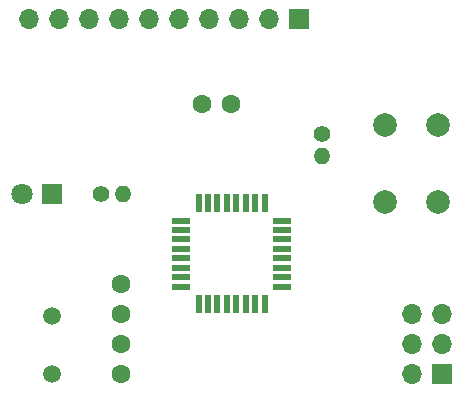
<source format=gts>
G04 #@! TF.GenerationSoftware,KiCad,Pcbnew,(6.0.11)*
G04 #@! TF.CreationDate,2023-04-02T15:36:07-07:00*
G04 #@! TF.ProjectId,M_MUC,4d5f4d55-432e-46b6-9963-61645f706362,rev?*
G04 #@! TF.SameCoordinates,Original*
G04 #@! TF.FileFunction,Soldermask,Top*
G04 #@! TF.FilePolarity,Negative*
%FSLAX46Y46*%
G04 Gerber Fmt 4.6, Leading zero omitted, Abs format (unit mm)*
G04 Created by KiCad (PCBNEW (6.0.11)) date 2023-04-02 15:36:07*
%MOMM*%
%LPD*%
G01*
G04 APERTURE LIST*
%ADD10C,1.600000*%
%ADD11C,1.500000*%
%ADD12C,1.400000*%
%ADD13O,1.400000X1.400000*%
%ADD14R,1.600000X0.550000*%
%ADD15R,0.550000X1.600000*%
%ADD16R,1.700000X1.700000*%
%ADD17O,1.700000X1.700000*%
%ADD18R,1.800000X1.800000*%
%ADD19C,1.800000*%
%ADD20C,2.000000*%
G04 APERTURE END LIST*
D10*
X112560000Y-101600000D03*
X112560000Y-99100000D03*
D11*
X106680000Y-101600000D03*
X106680000Y-96720000D03*
D12*
X129540000Y-81280000D03*
D13*
X129540000Y-83180000D03*
D10*
X112560000Y-96520000D03*
X112560000Y-94020000D03*
D12*
X110820000Y-86360000D03*
D13*
X112720000Y-86360000D03*
D14*
X117670000Y-88640000D03*
X117670000Y-89440000D03*
X117670000Y-90240000D03*
X117670000Y-91040000D03*
X117670000Y-91840000D03*
X117670000Y-92640000D03*
X117670000Y-93440000D03*
X117670000Y-94240000D03*
D15*
X119120000Y-95690000D03*
X119920000Y-95690000D03*
X120720000Y-95690000D03*
X121520000Y-95690000D03*
X122320000Y-95690000D03*
X123120000Y-95690000D03*
X123920000Y-95690000D03*
X124720000Y-95690000D03*
D14*
X126170000Y-94240000D03*
X126170000Y-93440000D03*
X126170000Y-92640000D03*
X126170000Y-91840000D03*
X126170000Y-91040000D03*
X126170000Y-90240000D03*
X126170000Y-89440000D03*
X126170000Y-88640000D03*
D15*
X124720000Y-87190000D03*
X123920000Y-87190000D03*
X123120000Y-87190000D03*
X122320000Y-87190000D03*
X121520000Y-87190000D03*
X120720000Y-87190000D03*
X119920000Y-87190000D03*
X119120000Y-87190000D03*
D16*
X139730000Y-101600000D03*
D17*
X137190000Y-101600000D03*
X139730000Y-99060000D03*
X137190000Y-99060000D03*
X139730000Y-96520000D03*
X137190000Y-96520000D03*
D18*
X106680000Y-86360000D03*
D19*
X104140000Y-86360000D03*
D20*
X139410000Y-80570000D03*
X139410000Y-87070000D03*
X134910000Y-80570000D03*
X134910000Y-87070000D03*
D10*
X121880000Y-78740000D03*
X119380000Y-78740000D03*
D16*
X127610000Y-71580000D03*
D17*
X125070000Y-71580000D03*
X122530000Y-71580000D03*
X119990000Y-71580000D03*
X117450000Y-71580000D03*
X114910000Y-71580000D03*
X112370000Y-71580000D03*
X109830000Y-71580000D03*
X107290000Y-71580000D03*
X104750000Y-71580000D03*
M02*

</source>
